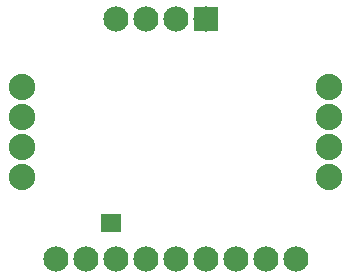
<source format=gts>
G04 MADE WITH FRITZING*
G04 WWW.FRITZING.ORG*
G04 DOUBLE SIDED*
G04 HOLES PLATED*
G04 CONTOUR ON CENTER OF CONTOUR VECTOR*
%ASAXBY*%
%FSLAX23Y23*%
%MOIN*%
%OFA0B0*%
%SFA1.0B1.0*%
%ADD10C,0.084000*%
%ADD11C,0.088000*%
%ADD12R,0.035000X0.060000*%
%ADD13R,0.084000X0.084000*%
%LNMASK1*%
G90*
G70*
G54D10*
X704Y888D03*
X604Y888D03*
X504Y888D03*
X404Y888D03*
X204Y88D03*
X304Y88D03*
X404Y88D03*
X504Y88D03*
X604Y88D03*
X704Y88D03*
X804Y88D03*
X904Y88D03*
X1004Y88D03*
G54D11*
X89Y661D03*
X89Y561D03*
X89Y461D03*
X89Y361D03*
X1113Y661D03*
X1113Y561D03*
X1113Y461D03*
X1113Y361D03*
G54D12*
X372Y207D03*
X404Y207D03*
G54D13*
X704Y888D03*
G04 End of Mask1*
M02*
</source>
